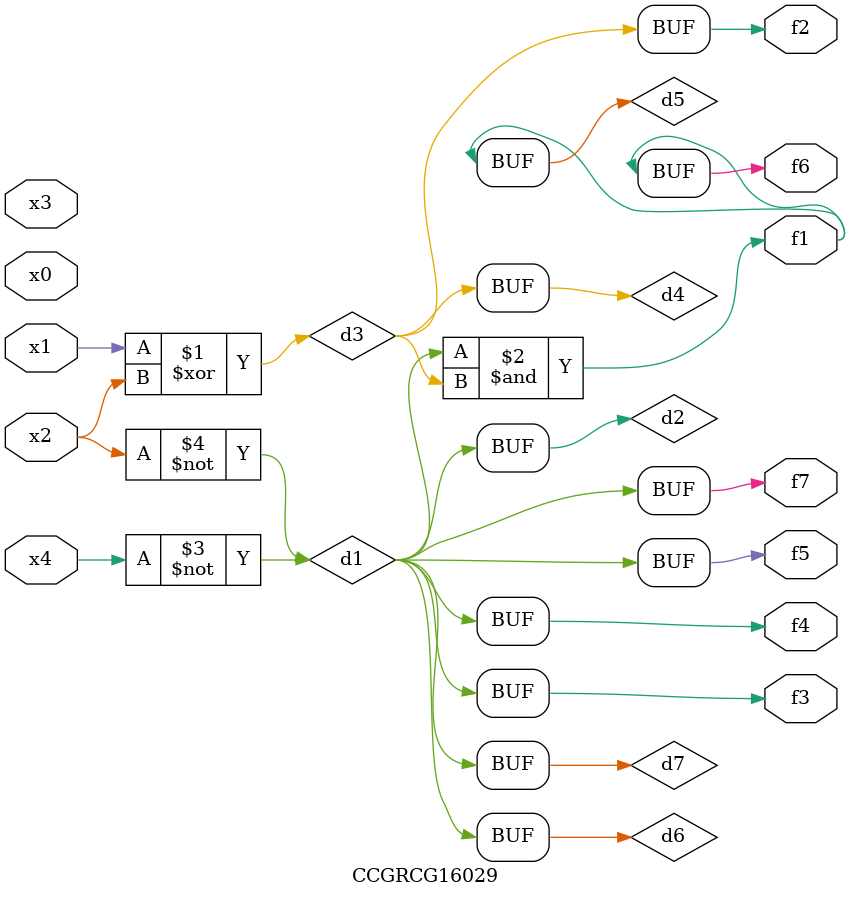
<source format=v>
module CCGRCG16029(
	input x0, x1, x2, x3, x4,
	output f1, f2, f3, f4, f5, f6, f7
);

	wire d1, d2, d3, d4, d5, d6, d7;

	not (d1, x4);
	not (d2, x2);
	xor (d3, x1, x2);
	buf (d4, d3);
	and (d5, d1, d3);
	buf (d6, d1, d2);
	buf (d7, d2);
	assign f1 = d5;
	assign f2 = d4;
	assign f3 = d7;
	assign f4 = d7;
	assign f5 = d7;
	assign f6 = d5;
	assign f7 = d7;
endmodule

</source>
